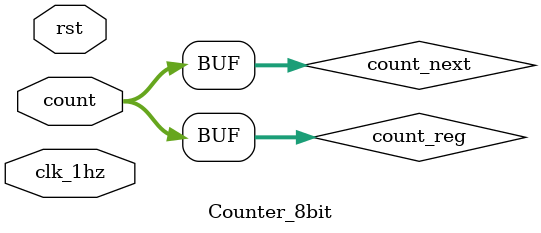
<source format=v>
`timescale 1ns / 1ps


module Counter_8bit(
    input clk_1hz,
    input rst,
    input [7:0] count
    );
    reg[7:0] count_reg = 255;
    reg[7:0] count_next = 0;
    always@(posedge clk_1hz )
        begin
            if(rst)
                count_reg <= 0;
            else
                count_reg <= count_next-1;
        end
    always@(*)
        begin
            count_next = count_reg;
        end
    assign count = count_reg;
      
endmodule

</source>
